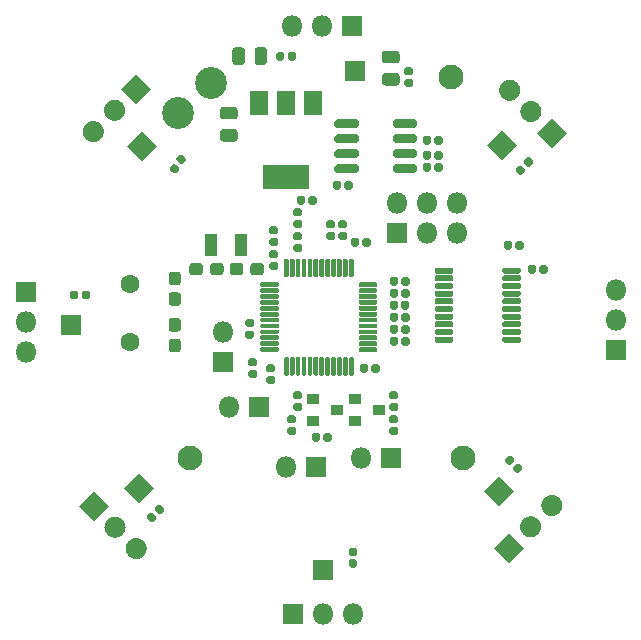
<source format=gbr>
%TF.GenerationSoftware,KiCad,Pcbnew,(5.1.6-0-10_14)*%
%TF.CreationDate,2021-08-24T22:52:38-05:00*%
%TF.ProjectId,led_lights,6c65645f-6c69-4676-9874-732e6b696361,rev?*%
%TF.SameCoordinates,Original*%
%TF.FileFunction,Soldermask,Top*%
%TF.FilePolarity,Negative*%
%FSLAX46Y46*%
G04 Gerber Fmt 4.6, Leading zero omitted, Abs format (unit mm)*
G04 Created by KiCad (PCBNEW (5.1.6-0-10_14)) date 2021-08-24 22:52:38*
%MOMM*%
%LPD*%
G01*
G04 APERTURE LIST*
%ADD10C,0.100000*%
%ADD11R,1.800000X1.800000*%
%ADD12O,1.800000X1.800000*%
%ADD13C,2.100000*%
%ADD14R,1.000000X0.900000*%
%ADD15R,3.900000X2.100000*%
%ADD16R,1.600000X2.100000*%
%ADD17R,1.100000X1.900000*%
%ADD18C,1.600000*%
%ADD19C,2.700000*%
G04 APERTURE END LIST*
%TO.C,J12*%
G36*
G01*
X210600345Y130582447D02*
X210600345Y130582447D01*
G75*
G02*
X210600345Y129309655I-636396J-636396D01*
G01*
X210600345Y129309655D01*
G75*
G02*
X209327553Y129309655I-636396J636396D01*
G01*
X209327553Y129309655D01*
G75*
G02*
X209327553Y130582447I636396J636396D01*
G01*
X209327553Y130582447D01*
G75*
G02*
X210600345Y130582447I636396J-636396D01*
G01*
G37*
G36*
G01*
X212396396Y128786396D02*
X212396396Y128786396D01*
G75*
G02*
X212396396Y127513604I-636396J-636396D01*
G01*
X212396396Y127513604D01*
G75*
G02*
X211123604Y127513604I-636396J636396D01*
G01*
X211123604Y127513604D01*
G75*
G02*
X211123604Y128786396I636396J636396D01*
G01*
X211123604Y128786396D01*
G75*
G02*
X212396396Y128786396I636396J-636396D01*
G01*
G37*
D10*
G36*
X213556051Y127626741D02*
G01*
X214828843Y126353949D01*
X213556051Y125081157D01*
X212283259Y126353949D01*
X213556051Y127626741D01*
G37*
%TD*%
D11*
%TO.C,J11*%
X196596000Y135382000D03*
D12*
X194056000Y135382000D03*
X191516000Y135382000D03*
%TD*%
D10*
%TO.C,J10*%
G36*
X177035208Y130048000D02*
G01*
X178308000Y131320792D01*
X179580792Y130048000D01*
X178308000Y128775208D01*
X177035208Y130048000D01*
G37*
G36*
G01*
X175875553Y128888345D02*
X175875553Y128888345D01*
G75*
G02*
X177148345Y128888345I636396J-636396D01*
G01*
X177148345Y128888345D01*
G75*
G02*
X177148345Y127615553I-636396J-636396D01*
G01*
X177148345Y127615553D01*
G75*
G02*
X175875553Y127615553I-636396J636396D01*
G01*
X175875553Y127615553D01*
G75*
G02*
X175875553Y128888345I636396J636396D01*
G01*
G37*
G36*
G01*
X174079502Y127092294D02*
X174079502Y127092294D01*
G75*
G02*
X175352294Y127092294I636396J-636396D01*
G01*
X175352294Y127092294D01*
G75*
G02*
X175352294Y125819502I-636396J-636396D01*
G01*
X175352294Y125819502D01*
G75*
G02*
X174079502Y125819502I-636396J636396D01*
G01*
X174079502Y125819502D01*
G75*
G02*
X174079502Y127092294I636396J636396D01*
G01*
G37*
%TD*%
D12*
%TO.C,J7*%
X169006000Y107790000D03*
X169006000Y110330000D03*
D11*
X169006000Y112870000D03*
%TD*%
%TO.C,J4*%
G36*
G01*
X177707706Y90513502D02*
X177707706Y90513502D01*
G75*
G02*
X177707706Y91786294I636396J636396D01*
G01*
X177707706Y91786294D01*
G75*
G02*
X178980498Y91786294I636396J-636396D01*
G01*
X178980498Y91786294D01*
G75*
G02*
X178980498Y90513502I-636396J-636396D01*
G01*
X178980498Y90513502D01*
G75*
G02*
X177707706Y90513502I-636396J636396D01*
G01*
G37*
G36*
G01*
X175911655Y92309553D02*
X175911655Y92309553D01*
G75*
G02*
X175911655Y93582345I636396J636396D01*
G01*
X175911655Y93582345D01*
G75*
G02*
X177184447Y93582345I636396J-636396D01*
G01*
X177184447Y93582345D01*
G75*
G02*
X177184447Y92309553I-636396J-636396D01*
G01*
X177184447Y92309553D01*
G75*
G02*
X175911655Y92309553I-636396J636396D01*
G01*
G37*
D10*
G36*
X174752000Y93469208D02*
G01*
X173479208Y94742000D01*
X174752000Y96014792D01*
X176024792Y94742000D01*
X174752000Y93469208D01*
G37*
%TD*%
%TO.C,J1*%
G36*
G01*
X214168498Y94155706D02*
X214168498Y94155706D01*
G75*
G02*
X212895706Y94155706I-636396J636396D01*
G01*
X212895706Y94155706D01*
G75*
G02*
X212895706Y95428498I636396J636396D01*
G01*
X212895706Y95428498D01*
G75*
G02*
X214168498Y95428498I636396J-636396D01*
G01*
X214168498Y95428498D01*
G75*
G02*
X214168498Y94155706I-636396J-636396D01*
G01*
G37*
G36*
G01*
X212372447Y92359655D02*
X212372447Y92359655D01*
G75*
G02*
X211099655Y92359655I-636396J636396D01*
G01*
X211099655Y92359655D01*
G75*
G02*
X211099655Y93632447I636396J636396D01*
G01*
X211099655Y93632447D01*
G75*
G02*
X212372447Y93632447I636396J-636396D01*
G01*
X212372447Y93632447D01*
G75*
G02*
X212372447Y92359655I-636396J-636396D01*
G01*
G37*
G36*
X211212792Y91200000D02*
G01*
X209940000Y89927208D01*
X208667208Y91200000D01*
X209940000Y92472792D01*
X211212792Y91200000D01*
G37*
%TD*%
D11*
%TO.C,J3*%
X191580000Y85598000D03*
D12*
X194120000Y85598000D03*
X196660000Y85598000D03*
%TD*%
%TO.C,J8*%
X218948000Y113030000D03*
X218948000Y110490000D03*
D11*
X218948000Y107950000D03*
%TD*%
%TO.C,C1*%
G36*
G01*
X188006000Y114545500D02*
X188006000Y115070500D01*
G75*
G02*
X188268500Y115333000I262500J0D01*
G01*
X188893500Y115333000D01*
G75*
G02*
X189156000Y115070500I0J-262500D01*
G01*
X189156000Y114545500D01*
G75*
G02*
X188893500Y114283000I-262500J0D01*
G01*
X188268500Y114283000D01*
G75*
G02*
X188006000Y114545500I0J262500D01*
G01*
G37*
G36*
G01*
X186256000Y114545500D02*
X186256000Y115070500D01*
G75*
G02*
X186518500Y115333000I262500J0D01*
G01*
X187143500Y115333000D01*
G75*
G02*
X187406000Y115070500I0J-262500D01*
G01*
X187406000Y114545500D01*
G75*
G02*
X187143500Y114283000I-262500J0D01*
G01*
X186518500Y114283000D01*
G75*
G02*
X186256000Y114545500I0J262500D01*
G01*
G37*
%TD*%
%TO.C,C2*%
G36*
G01*
X185741000Y115070500D02*
X185741000Y114545500D01*
G75*
G02*
X185478500Y114283000I-262500J0D01*
G01*
X184853500Y114283000D01*
G75*
G02*
X184591000Y114545500I0J262500D01*
G01*
X184591000Y115070500D01*
G75*
G02*
X184853500Y115333000I262500J0D01*
G01*
X185478500Y115333000D01*
G75*
G02*
X185741000Y115070500I0J-262500D01*
G01*
G37*
G36*
G01*
X183991000Y115070500D02*
X183991000Y114545500D01*
G75*
G02*
X183728500Y114283000I-262500J0D01*
G01*
X183103500Y114283000D01*
G75*
G02*
X182841000Y114545500I0J262500D01*
G01*
X182841000Y115070500D01*
G75*
G02*
X183103500Y115333000I262500J0D01*
G01*
X183728500Y115333000D01*
G75*
G02*
X183991000Y115070500I0J-262500D01*
G01*
G37*
%TD*%
%TO.C,C3*%
G36*
G01*
X181872500Y113443000D02*
X181347500Y113443000D01*
G75*
G02*
X181085000Y113705500I0J262500D01*
G01*
X181085000Y114330500D01*
G75*
G02*
X181347500Y114593000I262500J0D01*
G01*
X181872500Y114593000D01*
G75*
G02*
X182135000Y114330500I0J-262500D01*
G01*
X182135000Y113705500D01*
G75*
G02*
X181872500Y113443000I-262500J0D01*
G01*
G37*
G36*
G01*
X181872500Y111693000D02*
X181347500Y111693000D01*
G75*
G02*
X181085000Y111955500I0J262500D01*
G01*
X181085000Y112580500D01*
G75*
G02*
X181347500Y112843000I262500J0D01*
G01*
X181872500Y112843000D01*
G75*
G02*
X182135000Y112580500I0J-262500D01*
G01*
X182135000Y111955500D01*
G75*
G02*
X181872500Y111693000I-262500J0D01*
G01*
G37*
%TD*%
%TO.C,C4*%
G36*
G01*
X181347500Y110670000D02*
X181872500Y110670000D01*
G75*
G02*
X182135000Y110407500I0J-262500D01*
G01*
X182135000Y109782500D01*
G75*
G02*
X181872500Y109520000I-262500J0D01*
G01*
X181347500Y109520000D01*
G75*
G02*
X181085000Y109782500I0J262500D01*
G01*
X181085000Y110407500D01*
G75*
G02*
X181347500Y110670000I262500J0D01*
G01*
G37*
G36*
G01*
X181347500Y108920000D02*
X181872500Y108920000D01*
G75*
G02*
X182135000Y108657500I0J-262500D01*
G01*
X182135000Y108032500D01*
G75*
G02*
X181872500Y107770000I-262500J0D01*
G01*
X181347500Y107770000D01*
G75*
G02*
X181085000Y108032500I0J262500D01*
G01*
X181085000Y108657500D01*
G75*
G02*
X181347500Y108920000I262500J0D01*
G01*
G37*
%TD*%
%TO.C,C5*%
G36*
G01*
X186663250Y127478500D02*
X185700750Y127478500D01*
G75*
G02*
X185432000Y127747250I0J268750D01*
G01*
X185432000Y128284750D01*
G75*
G02*
X185700750Y128553500I268750J0D01*
G01*
X186663250Y128553500D01*
G75*
G02*
X186932000Y128284750I0J-268750D01*
G01*
X186932000Y127747250D01*
G75*
G02*
X186663250Y127478500I-268750J0D01*
G01*
G37*
G36*
G01*
X186663250Y125603500D02*
X185700750Y125603500D01*
G75*
G02*
X185432000Y125872250I0J268750D01*
G01*
X185432000Y126409750D01*
G75*
G02*
X185700750Y126678500I268750J0D01*
G01*
X186663250Y126678500D01*
G75*
G02*
X186932000Y126409750I0J-268750D01*
G01*
X186932000Y125872250D01*
G75*
G02*
X186663250Y125603500I-268750J0D01*
G01*
G37*
%TD*%
%TO.C,C6*%
G36*
G01*
X199416750Y133301000D02*
X200379250Y133301000D01*
G75*
G02*
X200648000Y133032250I0J-268750D01*
G01*
X200648000Y132494750D01*
G75*
G02*
X200379250Y132226000I-268750J0D01*
G01*
X199416750Y132226000D01*
G75*
G02*
X199148000Y132494750I0J268750D01*
G01*
X199148000Y133032250D01*
G75*
G02*
X199416750Y133301000I268750J0D01*
G01*
G37*
G36*
G01*
X199416750Y131426000D02*
X200379250Y131426000D01*
G75*
G02*
X200648000Y131157250I0J-268750D01*
G01*
X200648000Y130619750D01*
G75*
G02*
X200379250Y130351000I-268750J0D01*
G01*
X199416750Y130351000D01*
G75*
G02*
X199148000Y130619750I0J268750D01*
G01*
X199148000Y131157250D01*
G75*
G02*
X199416750Y131426000I268750J0D01*
G01*
G37*
%TD*%
%TO.C,C7*%
G36*
G01*
X190189500Y115710000D02*
X189794500Y115710000D01*
G75*
G02*
X189622000Y115882500I0J172500D01*
G01*
X189622000Y116227500D01*
G75*
G02*
X189794500Y116400000I172500J0D01*
G01*
X190189500Y116400000D01*
G75*
G02*
X190362000Y116227500I0J-172500D01*
G01*
X190362000Y115882500D01*
G75*
G02*
X190189500Y115710000I-172500J0D01*
G01*
G37*
G36*
G01*
X190189500Y114740000D02*
X189794500Y114740000D01*
G75*
G02*
X189622000Y114912500I0J172500D01*
G01*
X189622000Y115257500D01*
G75*
G02*
X189794500Y115430000I172500J0D01*
G01*
X190189500Y115430000D01*
G75*
G02*
X190362000Y115257500I0J-172500D01*
G01*
X190362000Y114912500D01*
G75*
G02*
X190189500Y114740000I-172500J0D01*
G01*
G37*
%TD*%
%TO.C,C8*%
G36*
G01*
X190189500Y117742000D02*
X189794500Y117742000D01*
G75*
G02*
X189622000Y117914500I0J172500D01*
G01*
X189622000Y118259500D01*
G75*
G02*
X189794500Y118432000I172500J0D01*
G01*
X190189500Y118432000D01*
G75*
G02*
X190362000Y118259500I0J-172500D01*
G01*
X190362000Y117914500D01*
G75*
G02*
X190189500Y117742000I-172500J0D01*
G01*
G37*
G36*
G01*
X190189500Y116772000D02*
X189794500Y116772000D01*
G75*
G02*
X189622000Y116944500I0J172500D01*
G01*
X189622000Y117289500D01*
G75*
G02*
X189794500Y117462000I172500J0D01*
G01*
X190189500Y117462000D01*
G75*
G02*
X190362000Y117289500I0J-172500D01*
G01*
X190362000Y116944500D01*
G75*
G02*
X190189500Y116772000I-172500J0D01*
G01*
G37*
%TD*%
%TO.C,C9*%
G36*
G01*
X197290000Y106228500D02*
X197290000Y106623500D01*
G75*
G02*
X197462500Y106796000I172500J0D01*
G01*
X197807500Y106796000D01*
G75*
G02*
X197980000Y106623500I0J-172500D01*
G01*
X197980000Y106228500D01*
G75*
G02*
X197807500Y106056000I-172500J0D01*
G01*
X197462500Y106056000D01*
G75*
G02*
X197290000Y106228500I0J172500D01*
G01*
G37*
G36*
G01*
X198260000Y106228500D02*
X198260000Y106623500D01*
G75*
G02*
X198432500Y106796000I172500J0D01*
G01*
X198777500Y106796000D01*
G75*
G02*
X198950000Y106623500I0J-172500D01*
G01*
X198950000Y106228500D01*
G75*
G02*
X198777500Y106056000I-172500J0D01*
G01*
X198432500Y106056000D01*
G75*
G02*
X198260000Y106228500I0J172500D01*
G01*
G37*
%TD*%
%TO.C,C10*%
G36*
G01*
X202624000Y125532500D02*
X202624000Y125927500D01*
G75*
G02*
X202796500Y126100000I172500J0D01*
G01*
X203141500Y126100000D01*
G75*
G02*
X203314000Y125927500I0J-172500D01*
G01*
X203314000Y125532500D01*
G75*
G02*
X203141500Y125360000I-172500J0D01*
G01*
X202796500Y125360000D01*
G75*
G02*
X202624000Y125532500I0J172500D01*
G01*
G37*
G36*
G01*
X203594000Y125532500D02*
X203594000Y125927500D01*
G75*
G02*
X203766500Y126100000I172500J0D01*
G01*
X204111500Y126100000D01*
G75*
G02*
X204284000Y125927500I0J-172500D01*
G01*
X204284000Y125532500D01*
G75*
G02*
X204111500Y125360000I-172500J0D01*
G01*
X203766500Y125360000D01*
G75*
G02*
X203594000Y125532500I0J172500D01*
G01*
G37*
%TD*%
%TO.C,C11*%
G36*
G01*
X209482000Y116642500D02*
X209482000Y117037500D01*
G75*
G02*
X209654500Y117210000I172500J0D01*
G01*
X209999500Y117210000D01*
G75*
G02*
X210172000Y117037500I0J-172500D01*
G01*
X210172000Y116642500D01*
G75*
G02*
X209999500Y116470000I-172500J0D01*
G01*
X209654500Y116470000D01*
G75*
G02*
X209482000Y116642500I0J172500D01*
G01*
G37*
G36*
G01*
X210452000Y116642500D02*
X210452000Y117037500D01*
G75*
G02*
X210624500Y117210000I172500J0D01*
G01*
X210969500Y117210000D01*
G75*
G02*
X211142000Y117037500I0J-172500D01*
G01*
X211142000Y116642500D01*
G75*
G02*
X210969500Y116470000I-172500J0D01*
G01*
X210624500Y116470000D01*
G75*
G02*
X210452000Y116642500I0J172500D01*
G01*
G37*
%TD*%
%TO.C,C12*%
G36*
G01*
X212484000Y114610500D02*
X212484000Y115005500D01*
G75*
G02*
X212656500Y115178000I172500J0D01*
G01*
X213001500Y115178000D01*
G75*
G02*
X213174000Y115005500I0J-172500D01*
G01*
X213174000Y114610500D01*
G75*
G02*
X213001500Y114438000I-172500J0D01*
G01*
X212656500Y114438000D01*
G75*
G02*
X212484000Y114610500I0J172500D01*
G01*
G37*
G36*
G01*
X211514000Y114610500D02*
X211514000Y115005500D01*
G75*
G02*
X211686500Y115178000I172500J0D01*
G01*
X212031500Y115178000D01*
G75*
G02*
X212204000Y115005500I0J-172500D01*
G01*
X212204000Y114610500D01*
G75*
G02*
X212031500Y114438000I-172500J0D01*
G01*
X211686500Y114438000D01*
G75*
G02*
X211514000Y114610500I0J172500D01*
G01*
G37*
%TD*%
D13*
%TO.C,H2*%
X204978000Y131064000D03*
%TD*%
%TO.C,H3*%
X205994000Y98806000D03*
%TD*%
%TO.C,H4*%
X182880000Y98806000D03*
%TD*%
D12*
%TO.C,J5*%
X191008000Y98044000D03*
D11*
X193548000Y98044000D03*
%TD*%
%TO.C,J6*%
X199898000Y98806000D03*
D12*
X197358000Y98806000D03*
%TD*%
D11*
%TO.C,J23*%
X185674000Y106934000D03*
D12*
X185674000Y109474000D03*
%TD*%
%TO.C,J24*%
X186182000Y103124000D03*
D11*
X188722000Y103124000D03*
%TD*%
D14*
%TO.C,Q1*%
X193310000Y103820000D03*
X193310000Y101920000D03*
X195310000Y102870000D03*
%TD*%
%TO.C,Q2*%
X198866000Y102870000D03*
X196866000Y101920000D03*
X196866000Y103820000D03*
%TD*%
%TO.C,R1*%
G36*
G01*
X188157500Y108921000D02*
X187762500Y108921000D01*
G75*
G02*
X187590000Y109093500I0J172500D01*
G01*
X187590000Y109438500D01*
G75*
G02*
X187762500Y109611000I172500J0D01*
G01*
X188157500Y109611000D01*
G75*
G02*
X188330000Y109438500I0J-172500D01*
G01*
X188330000Y109093500D01*
G75*
G02*
X188157500Y108921000I-172500J0D01*
G01*
G37*
G36*
G01*
X188157500Y109891000D02*
X187762500Y109891000D01*
G75*
G02*
X187590000Y110063500I0J172500D01*
G01*
X187590000Y110408500D01*
G75*
G02*
X187762500Y110581000I172500J0D01*
G01*
X188157500Y110581000D01*
G75*
G02*
X188330000Y110408500I0J-172500D01*
G01*
X188330000Y110063500D01*
G75*
G02*
X188157500Y109891000I-172500J0D01*
G01*
G37*
%TD*%
%TO.C,R4*%
G36*
G01*
X201619500Y130234000D02*
X201224500Y130234000D01*
G75*
G02*
X201052000Y130406500I0J172500D01*
G01*
X201052000Y130751500D01*
G75*
G02*
X201224500Y130924000I172500J0D01*
G01*
X201619500Y130924000D01*
G75*
G02*
X201792000Y130751500I0J-172500D01*
G01*
X201792000Y130406500D01*
G75*
G02*
X201619500Y130234000I-172500J0D01*
G01*
G37*
G36*
G01*
X201619500Y131204000D02*
X201224500Y131204000D01*
G75*
G02*
X201052000Y131376500I0J172500D01*
G01*
X201052000Y131721500D01*
G75*
G02*
X201224500Y131894000I172500J0D01*
G01*
X201619500Y131894000D01*
G75*
G02*
X201792000Y131721500I0J-172500D01*
G01*
X201792000Y131376500D01*
G75*
G02*
X201619500Y131204000I-172500J0D01*
G01*
G37*
%TD*%
%TO.C,R5*%
G36*
G01*
X191826500Y103492000D02*
X192221500Y103492000D01*
G75*
G02*
X192394000Y103319500I0J-172500D01*
G01*
X192394000Y102974500D01*
G75*
G02*
X192221500Y102802000I-172500J0D01*
G01*
X191826500Y102802000D01*
G75*
G02*
X191654000Y102974500I0J172500D01*
G01*
X191654000Y103319500D01*
G75*
G02*
X191826500Y103492000I172500J0D01*
G01*
G37*
G36*
G01*
X191826500Y104462000D02*
X192221500Y104462000D01*
G75*
G02*
X192394000Y104289500I0J-172500D01*
G01*
X192394000Y103944500D01*
G75*
G02*
X192221500Y103772000I-172500J0D01*
G01*
X191826500Y103772000D01*
G75*
G02*
X191654000Y103944500I0J172500D01*
G01*
X191654000Y104289500D01*
G75*
G02*
X191826500Y104462000I172500J0D01*
G01*
G37*
%TD*%
%TO.C,R8*%
G36*
G01*
X193226000Y100386500D02*
X193226000Y100781500D01*
G75*
G02*
X193398500Y100954000I172500J0D01*
G01*
X193743500Y100954000D01*
G75*
G02*
X193916000Y100781500I0J-172500D01*
G01*
X193916000Y100386500D01*
G75*
G02*
X193743500Y100214000I-172500J0D01*
G01*
X193398500Y100214000D01*
G75*
G02*
X193226000Y100386500I0J172500D01*
G01*
G37*
G36*
G01*
X194196000Y100386500D02*
X194196000Y100781500D01*
G75*
G02*
X194368500Y100954000I172500J0D01*
G01*
X194713500Y100954000D01*
G75*
G02*
X194886000Y100781500I0J-172500D01*
G01*
X194886000Y100386500D01*
G75*
G02*
X194713500Y100214000I-172500J0D01*
G01*
X194368500Y100214000D01*
G75*
G02*
X194196000Y100386500I0J172500D01*
G01*
G37*
%TD*%
%TO.C,R12*%
G36*
G01*
X188360000Y132360750D02*
X188360000Y133323250D01*
G75*
G02*
X188628750Y133592000I268750J0D01*
G01*
X189166250Y133592000D01*
G75*
G02*
X189435000Y133323250I0J-268750D01*
G01*
X189435000Y132360750D01*
G75*
G02*
X189166250Y132092000I-268750J0D01*
G01*
X188628750Y132092000D01*
G75*
G02*
X188360000Y132360750I0J268750D01*
G01*
G37*
G36*
G01*
X186485000Y132360750D02*
X186485000Y133323250D01*
G75*
G02*
X186753750Y133592000I268750J0D01*
G01*
X187291250Y133592000D01*
G75*
G02*
X187560000Y133323250I0J-268750D01*
G01*
X187560000Y132360750D01*
G75*
G02*
X187291250Y132092000I-268750J0D01*
G01*
X186753750Y132092000D01*
G75*
G02*
X186485000Y132360750I0J268750D01*
G01*
G37*
%TD*%
%TO.C,R14*%
G36*
G01*
X199954500Y104462000D02*
X200349500Y104462000D01*
G75*
G02*
X200522000Y104289500I0J-172500D01*
G01*
X200522000Y103944500D01*
G75*
G02*
X200349500Y103772000I-172500J0D01*
G01*
X199954500Y103772000D01*
G75*
G02*
X199782000Y103944500I0J172500D01*
G01*
X199782000Y104289500D01*
G75*
G02*
X199954500Y104462000I172500J0D01*
G01*
G37*
G36*
G01*
X199954500Y103492000D02*
X200349500Y103492000D01*
G75*
G02*
X200522000Y103319500I0J-172500D01*
G01*
X200522000Y102974500D01*
G75*
G02*
X200349500Y102802000I-172500J0D01*
G01*
X199954500Y102802000D01*
G75*
G02*
X199782000Y102974500I0J172500D01*
G01*
X199782000Y103319500D01*
G75*
G02*
X199954500Y103492000I172500J0D01*
G01*
G37*
%TD*%
%TO.C,R15*%
G36*
G01*
X192926000Y120452500D02*
X192926000Y120847500D01*
G75*
G02*
X193098500Y121020000I172500J0D01*
G01*
X193443500Y121020000D01*
G75*
G02*
X193616000Y120847500I0J-172500D01*
G01*
X193616000Y120452500D01*
G75*
G02*
X193443500Y120280000I-172500J0D01*
G01*
X193098500Y120280000D01*
G75*
G02*
X192926000Y120452500I0J172500D01*
G01*
G37*
G36*
G01*
X191956000Y120452500D02*
X191956000Y120847500D01*
G75*
G02*
X192128500Y121020000I172500J0D01*
G01*
X192473500Y121020000D01*
G75*
G02*
X192646000Y120847500I0J-172500D01*
G01*
X192646000Y120452500D01*
G75*
G02*
X192473500Y120280000I-172500J0D01*
G01*
X192128500Y120280000D01*
G75*
G02*
X191956000Y120452500I0J172500D01*
G01*
G37*
%TD*%
%TO.C,R16*%
G36*
G01*
X200349500Y101740000D02*
X199954500Y101740000D01*
G75*
G02*
X199782000Y101912500I0J172500D01*
G01*
X199782000Y102257500D01*
G75*
G02*
X199954500Y102430000I172500J0D01*
G01*
X200349500Y102430000D01*
G75*
G02*
X200522000Y102257500I0J-172500D01*
G01*
X200522000Y101912500D01*
G75*
G02*
X200349500Y101740000I-172500J0D01*
G01*
G37*
G36*
G01*
X200349500Y100770000D02*
X199954500Y100770000D01*
G75*
G02*
X199782000Y100942500I0J172500D01*
G01*
X199782000Y101287500D01*
G75*
G02*
X199954500Y101460000I172500J0D01*
G01*
X200349500Y101460000D01*
G75*
G02*
X200522000Y101287500I0J-172500D01*
G01*
X200522000Y100942500D01*
G75*
G02*
X200349500Y100770000I-172500J0D01*
G01*
G37*
%TD*%
%TO.C,R17*%
G36*
G01*
X195004000Y121722500D02*
X195004000Y122117500D01*
G75*
G02*
X195176500Y122290000I172500J0D01*
G01*
X195521500Y122290000D01*
G75*
G02*
X195694000Y122117500I0J-172500D01*
G01*
X195694000Y121722500D01*
G75*
G02*
X195521500Y121550000I-172500J0D01*
G01*
X195176500Y121550000D01*
G75*
G02*
X195004000Y121722500I0J172500D01*
G01*
G37*
G36*
G01*
X195974000Y121722500D02*
X195974000Y122117500D01*
G75*
G02*
X196146500Y122290000I172500J0D01*
G01*
X196491500Y122290000D01*
G75*
G02*
X196664000Y122117500I0J-172500D01*
G01*
X196664000Y121722500D01*
G75*
G02*
X196491500Y121550000I-172500J0D01*
G01*
X196146500Y121550000D01*
G75*
G02*
X195974000Y121722500I0J172500D01*
G01*
G37*
%TD*%
%TO.C,R18*%
G36*
G01*
X203314000Y123641500D02*
X203314000Y123246500D01*
G75*
G02*
X203141500Y123074000I-172500J0D01*
G01*
X202796500Y123074000D01*
G75*
G02*
X202624000Y123246500I0J172500D01*
G01*
X202624000Y123641500D01*
G75*
G02*
X202796500Y123814000I172500J0D01*
G01*
X203141500Y123814000D01*
G75*
G02*
X203314000Y123641500I0J-172500D01*
G01*
G37*
G36*
G01*
X204284000Y123641500D02*
X204284000Y123246500D01*
G75*
G02*
X204111500Y123074000I-172500J0D01*
G01*
X203766500Y123074000D01*
G75*
G02*
X203594000Y123246500I0J172500D01*
G01*
X203594000Y123641500D01*
G75*
G02*
X203766500Y123814000I172500J0D01*
G01*
X204111500Y123814000D01*
G75*
G02*
X204284000Y123641500I0J-172500D01*
G01*
G37*
%TD*%
%TO.C,R19*%
G36*
G01*
X204284000Y124657500D02*
X204284000Y124262500D01*
G75*
G02*
X204111500Y124090000I-172500J0D01*
G01*
X203766500Y124090000D01*
G75*
G02*
X203594000Y124262500I0J172500D01*
G01*
X203594000Y124657500D01*
G75*
G02*
X203766500Y124830000I172500J0D01*
G01*
X204111500Y124830000D01*
G75*
G02*
X204284000Y124657500I0J-172500D01*
G01*
G37*
G36*
G01*
X203314000Y124657500D02*
X203314000Y124262500D01*
G75*
G02*
X203141500Y124090000I-172500J0D01*
G01*
X202796500Y124090000D01*
G75*
G02*
X202624000Y124262500I0J172500D01*
G01*
X202624000Y124657500D01*
G75*
G02*
X202796500Y124830000I172500J0D01*
G01*
X203141500Y124830000D01*
G75*
G02*
X203314000Y124657500I0J-172500D01*
G01*
G37*
%TD*%
%TO.C,R20*%
G36*
G01*
X197498000Y116896500D02*
X197498000Y117291500D01*
G75*
G02*
X197670500Y117464000I172500J0D01*
G01*
X198015500Y117464000D01*
G75*
G02*
X198188000Y117291500I0J-172500D01*
G01*
X198188000Y116896500D01*
G75*
G02*
X198015500Y116724000I-172500J0D01*
G01*
X197670500Y116724000D01*
G75*
G02*
X197498000Y116896500I0J172500D01*
G01*
G37*
G36*
G01*
X196528000Y116896500D02*
X196528000Y117291500D01*
G75*
G02*
X196700500Y117464000I172500J0D01*
G01*
X197045500Y117464000D01*
G75*
G02*
X197218000Y117291500I0J-172500D01*
G01*
X197218000Y116896500D01*
G75*
G02*
X197045500Y116724000I-172500J0D01*
G01*
X196700500Y116724000D01*
G75*
G02*
X196528000Y116896500I0J172500D01*
G01*
G37*
%TD*%
%TO.C,R21*%
G36*
G01*
X201490000Y113989500D02*
X201490000Y113594500D01*
G75*
G02*
X201317500Y113422000I-172500J0D01*
G01*
X200972500Y113422000D01*
G75*
G02*
X200800000Y113594500I0J172500D01*
G01*
X200800000Y113989500D01*
G75*
G02*
X200972500Y114162000I172500J0D01*
G01*
X201317500Y114162000D01*
G75*
G02*
X201490000Y113989500I0J-172500D01*
G01*
G37*
G36*
G01*
X200520000Y113989500D02*
X200520000Y113594500D01*
G75*
G02*
X200347500Y113422000I-172500J0D01*
G01*
X200002500Y113422000D01*
G75*
G02*
X199830000Y113594500I0J172500D01*
G01*
X199830000Y113989500D01*
G75*
G02*
X200002500Y114162000I172500J0D01*
G01*
X200347500Y114162000D01*
G75*
G02*
X200520000Y113989500I0J-172500D01*
G01*
G37*
%TD*%
%TO.C,R22*%
G36*
G01*
X188016500Y106286000D02*
X188411500Y106286000D01*
G75*
G02*
X188584000Y106113500I0J-172500D01*
G01*
X188584000Y105768500D01*
G75*
G02*
X188411500Y105596000I-172500J0D01*
G01*
X188016500Y105596000D01*
G75*
G02*
X187844000Y105768500I0J172500D01*
G01*
X187844000Y106113500D01*
G75*
G02*
X188016500Y106286000I172500J0D01*
G01*
G37*
G36*
G01*
X188016500Y107256000D02*
X188411500Y107256000D01*
G75*
G02*
X188584000Y107083500I0J-172500D01*
G01*
X188584000Y106738500D01*
G75*
G02*
X188411500Y106566000I-172500J0D01*
G01*
X188016500Y106566000D01*
G75*
G02*
X187844000Y106738500I0J172500D01*
G01*
X187844000Y107083500D01*
G75*
G02*
X188016500Y107256000I172500J0D01*
G01*
G37*
%TD*%
D15*
%TO.C,U1*%
X191008000Y122580000D03*
D16*
X191008000Y128880000D03*
X188708000Y128880000D03*
X193308000Y128880000D03*
%TD*%
%TO.C,U2*%
G36*
G01*
X188852000Y113394000D02*
X188852000Y113594000D01*
G75*
G02*
X188952000Y113694000I100000J0D01*
G01*
X190327000Y113694000D01*
G75*
G02*
X190427000Y113594000I0J-100000D01*
G01*
X190427000Y113394000D01*
G75*
G02*
X190327000Y113294000I-100000J0D01*
G01*
X188952000Y113294000D01*
G75*
G02*
X188852000Y113394000I0J100000D01*
G01*
G37*
G36*
G01*
X188852000Y112894000D02*
X188852000Y113094000D01*
G75*
G02*
X188952000Y113194000I100000J0D01*
G01*
X190327000Y113194000D01*
G75*
G02*
X190427000Y113094000I0J-100000D01*
G01*
X190427000Y112894000D01*
G75*
G02*
X190327000Y112794000I-100000J0D01*
G01*
X188952000Y112794000D01*
G75*
G02*
X188852000Y112894000I0J100000D01*
G01*
G37*
G36*
G01*
X188852000Y112394000D02*
X188852000Y112594000D01*
G75*
G02*
X188952000Y112694000I100000J0D01*
G01*
X190327000Y112694000D01*
G75*
G02*
X190427000Y112594000I0J-100000D01*
G01*
X190427000Y112394000D01*
G75*
G02*
X190327000Y112294000I-100000J0D01*
G01*
X188952000Y112294000D01*
G75*
G02*
X188852000Y112394000I0J100000D01*
G01*
G37*
G36*
G01*
X188852000Y111894000D02*
X188852000Y112094000D01*
G75*
G02*
X188952000Y112194000I100000J0D01*
G01*
X190327000Y112194000D01*
G75*
G02*
X190427000Y112094000I0J-100000D01*
G01*
X190427000Y111894000D01*
G75*
G02*
X190327000Y111794000I-100000J0D01*
G01*
X188952000Y111794000D01*
G75*
G02*
X188852000Y111894000I0J100000D01*
G01*
G37*
G36*
G01*
X188852000Y111394000D02*
X188852000Y111594000D01*
G75*
G02*
X188952000Y111694000I100000J0D01*
G01*
X190327000Y111694000D01*
G75*
G02*
X190427000Y111594000I0J-100000D01*
G01*
X190427000Y111394000D01*
G75*
G02*
X190327000Y111294000I-100000J0D01*
G01*
X188952000Y111294000D01*
G75*
G02*
X188852000Y111394000I0J100000D01*
G01*
G37*
G36*
G01*
X188852000Y110894000D02*
X188852000Y111094000D01*
G75*
G02*
X188952000Y111194000I100000J0D01*
G01*
X190327000Y111194000D01*
G75*
G02*
X190427000Y111094000I0J-100000D01*
G01*
X190427000Y110894000D01*
G75*
G02*
X190327000Y110794000I-100000J0D01*
G01*
X188952000Y110794000D01*
G75*
G02*
X188852000Y110894000I0J100000D01*
G01*
G37*
G36*
G01*
X188852000Y110394000D02*
X188852000Y110594000D01*
G75*
G02*
X188952000Y110694000I100000J0D01*
G01*
X190327000Y110694000D01*
G75*
G02*
X190427000Y110594000I0J-100000D01*
G01*
X190427000Y110394000D01*
G75*
G02*
X190327000Y110294000I-100000J0D01*
G01*
X188952000Y110294000D01*
G75*
G02*
X188852000Y110394000I0J100000D01*
G01*
G37*
G36*
G01*
X188852000Y109894000D02*
X188852000Y110094000D01*
G75*
G02*
X188952000Y110194000I100000J0D01*
G01*
X190327000Y110194000D01*
G75*
G02*
X190427000Y110094000I0J-100000D01*
G01*
X190427000Y109894000D01*
G75*
G02*
X190327000Y109794000I-100000J0D01*
G01*
X188952000Y109794000D01*
G75*
G02*
X188852000Y109894000I0J100000D01*
G01*
G37*
G36*
G01*
X188852000Y109394000D02*
X188852000Y109594000D01*
G75*
G02*
X188952000Y109694000I100000J0D01*
G01*
X190327000Y109694000D01*
G75*
G02*
X190427000Y109594000I0J-100000D01*
G01*
X190427000Y109394000D01*
G75*
G02*
X190327000Y109294000I-100000J0D01*
G01*
X188952000Y109294000D01*
G75*
G02*
X188852000Y109394000I0J100000D01*
G01*
G37*
G36*
G01*
X188852000Y108894000D02*
X188852000Y109094000D01*
G75*
G02*
X188952000Y109194000I100000J0D01*
G01*
X190327000Y109194000D01*
G75*
G02*
X190427000Y109094000I0J-100000D01*
G01*
X190427000Y108894000D01*
G75*
G02*
X190327000Y108794000I-100000J0D01*
G01*
X188952000Y108794000D01*
G75*
G02*
X188852000Y108894000I0J100000D01*
G01*
G37*
G36*
G01*
X188852000Y108394000D02*
X188852000Y108594000D01*
G75*
G02*
X188952000Y108694000I100000J0D01*
G01*
X190327000Y108694000D01*
G75*
G02*
X190427000Y108594000I0J-100000D01*
G01*
X190427000Y108394000D01*
G75*
G02*
X190327000Y108294000I-100000J0D01*
G01*
X188952000Y108294000D01*
G75*
G02*
X188852000Y108394000I0J100000D01*
G01*
G37*
G36*
G01*
X188852000Y107894000D02*
X188852000Y108094000D01*
G75*
G02*
X188952000Y108194000I100000J0D01*
G01*
X190327000Y108194000D01*
G75*
G02*
X190427000Y108094000I0J-100000D01*
G01*
X190427000Y107894000D01*
G75*
G02*
X190327000Y107794000I-100000J0D01*
G01*
X188952000Y107794000D01*
G75*
G02*
X188852000Y107894000I0J100000D01*
G01*
G37*
G36*
G01*
X190852000Y105894000D02*
X190852000Y107269000D01*
G75*
G02*
X190952000Y107369000I100000J0D01*
G01*
X191152000Y107369000D01*
G75*
G02*
X191252000Y107269000I0J-100000D01*
G01*
X191252000Y105894000D01*
G75*
G02*
X191152000Y105794000I-100000J0D01*
G01*
X190952000Y105794000D01*
G75*
G02*
X190852000Y105894000I0J100000D01*
G01*
G37*
G36*
G01*
X191352000Y105894000D02*
X191352000Y107269000D01*
G75*
G02*
X191452000Y107369000I100000J0D01*
G01*
X191652000Y107369000D01*
G75*
G02*
X191752000Y107269000I0J-100000D01*
G01*
X191752000Y105894000D01*
G75*
G02*
X191652000Y105794000I-100000J0D01*
G01*
X191452000Y105794000D01*
G75*
G02*
X191352000Y105894000I0J100000D01*
G01*
G37*
G36*
G01*
X191852000Y105894000D02*
X191852000Y107269000D01*
G75*
G02*
X191952000Y107369000I100000J0D01*
G01*
X192152000Y107369000D01*
G75*
G02*
X192252000Y107269000I0J-100000D01*
G01*
X192252000Y105894000D01*
G75*
G02*
X192152000Y105794000I-100000J0D01*
G01*
X191952000Y105794000D01*
G75*
G02*
X191852000Y105894000I0J100000D01*
G01*
G37*
G36*
G01*
X192352000Y105894000D02*
X192352000Y107269000D01*
G75*
G02*
X192452000Y107369000I100000J0D01*
G01*
X192652000Y107369000D01*
G75*
G02*
X192752000Y107269000I0J-100000D01*
G01*
X192752000Y105894000D01*
G75*
G02*
X192652000Y105794000I-100000J0D01*
G01*
X192452000Y105794000D01*
G75*
G02*
X192352000Y105894000I0J100000D01*
G01*
G37*
G36*
G01*
X192852000Y105894000D02*
X192852000Y107269000D01*
G75*
G02*
X192952000Y107369000I100000J0D01*
G01*
X193152000Y107369000D01*
G75*
G02*
X193252000Y107269000I0J-100000D01*
G01*
X193252000Y105894000D01*
G75*
G02*
X193152000Y105794000I-100000J0D01*
G01*
X192952000Y105794000D01*
G75*
G02*
X192852000Y105894000I0J100000D01*
G01*
G37*
G36*
G01*
X193352000Y105894000D02*
X193352000Y107269000D01*
G75*
G02*
X193452000Y107369000I100000J0D01*
G01*
X193652000Y107369000D01*
G75*
G02*
X193752000Y107269000I0J-100000D01*
G01*
X193752000Y105894000D01*
G75*
G02*
X193652000Y105794000I-100000J0D01*
G01*
X193452000Y105794000D01*
G75*
G02*
X193352000Y105894000I0J100000D01*
G01*
G37*
G36*
G01*
X193852000Y105894000D02*
X193852000Y107269000D01*
G75*
G02*
X193952000Y107369000I100000J0D01*
G01*
X194152000Y107369000D01*
G75*
G02*
X194252000Y107269000I0J-100000D01*
G01*
X194252000Y105894000D01*
G75*
G02*
X194152000Y105794000I-100000J0D01*
G01*
X193952000Y105794000D01*
G75*
G02*
X193852000Y105894000I0J100000D01*
G01*
G37*
G36*
G01*
X194352000Y105894000D02*
X194352000Y107269000D01*
G75*
G02*
X194452000Y107369000I100000J0D01*
G01*
X194652000Y107369000D01*
G75*
G02*
X194752000Y107269000I0J-100000D01*
G01*
X194752000Y105894000D01*
G75*
G02*
X194652000Y105794000I-100000J0D01*
G01*
X194452000Y105794000D01*
G75*
G02*
X194352000Y105894000I0J100000D01*
G01*
G37*
G36*
G01*
X194852000Y105894000D02*
X194852000Y107269000D01*
G75*
G02*
X194952000Y107369000I100000J0D01*
G01*
X195152000Y107369000D01*
G75*
G02*
X195252000Y107269000I0J-100000D01*
G01*
X195252000Y105894000D01*
G75*
G02*
X195152000Y105794000I-100000J0D01*
G01*
X194952000Y105794000D01*
G75*
G02*
X194852000Y105894000I0J100000D01*
G01*
G37*
G36*
G01*
X195352000Y105894000D02*
X195352000Y107269000D01*
G75*
G02*
X195452000Y107369000I100000J0D01*
G01*
X195652000Y107369000D01*
G75*
G02*
X195752000Y107269000I0J-100000D01*
G01*
X195752000Y105894000D01*
G75*
G02*
X195652000Y105794000I-100000J0D01*
G01*
X195452000Y105794000D01*
G75*
G02*
X195352000Y105894000I0J100000D01*
G01*
G37*
G36*
G01*
X195852000Y105894000D02*
X195852000Y107269000D01*
G75*
G02*
X195952000Y107369000I100000J0D01*
G01*
X196152000Y107369000D01*
G75*
G02*
X196252000Y107269000I0J-100000D01*
G01*
X196252000Y105894000D01*
G75*
G02*
X196152000Y105794000I-100000J0D01*
G01*
X195952000Y105794000D01*
G75*
G02*
X195852000Y105894000I0J100000D01*
G01*
G37*
G36*
G01*
X196352000Y105894000D02*
X196352000Y107269000D01*
G75*
G02*
X196452000Y107369000I100000J0D01*
G01*
X196652000Y107369000D01*
G75*
G02*
X196752000Y107269000I0J-100000D01*
G01*
X196752000Y105894000D01*
G75*
G02*
X196652000Y105794000I-100000J0D01*
G01*
X196452000Y105794000D01*
G75*
G02*
X196352000Y105894000I0J100000D01*
G01*
G37*
G36*
G01*
X197177000Y107894000D02*
X197177000Y108094000D01*
G75*
G02*
X197277000Y108194000I100000J0D01*
G01*
X198652000Y108194000D01*
G75*
G02*
X198752000Y108094000I0J-100000D01*
G01*
X198752000Y107894000D01*
G75*
G02*
X198652000Y107794000I-100000J0D01*
G01*
X197277000Y107794000D01*
G75*
G02*
X197177000Y107894000I0J100000D01*
G01*
G37*
G36*
G01*
X197177000Y108394000D02*
X197177000Y108594000D01*
G75*
G02*
X197277000Y108694000I100000J0D01*
G01*
X198652000Y108694000D01*
G75*
G02*
X198752000Y108594000I0J-100000D01*
G01*
X198752000Y108394000D01*
G75*
G02*
X198652000Y108294000I-100000J0D01*
G01*
X197277000Y108294000D01*
G75*
G02*
X197177000Y108394000I0J100000D01*
G01*
G37*
G36*
G01*
X197177000Y108894000D02*
X197177000Y109094000D01*
G75*
G02*
X197277000Y109194000I100000J0D01*
G01*
X198652000Y109194000D01*
G75*
G02*
X198752000Y109094000I0J-100000D01*
G01*
X198752000Y108894000D01*
G75*
G02*
X198652000Y108794000I-100000J0D01*
G01*
X197277000Y108794000D01*
G75*
G02*
X197177000Y108894000I0J100000D01*
G01*
G37*
G36*
G01*
X197177000Y109394000D02*
X197177000Y109594000D01*
G75*
G02*
X197277000Y109694000I100000J0D01*
G01*
X198652000Y109694000D01*
G75*
G02*
X198752000Y109594000I0J-100000D01*
G01*
X198752000Y109394000D01*
G75*
G02*
X198652000Y109294000I-100000J0D01*
G01*
X197277000Y109294000D01*
G75*
G02*
X197177000Y109394000I0J100000D01*
G01*
G37*
G36*
G01*
X197177000Y109894000D02*
X197177000Y110094000D01*
G75*
G02*
X197277000Y110194000I100000J0D01*
G01*
X198652000Y110194000D01*
G75*
G02*
X198752000Y110094000I0J-100000D01*
G01*
X198752000Y109894000D01*
G75*
G02*
X198652000Y109794000I-100000J0D01*
G01*
X197277000Y109794000D01*
G75*
G02*
X197177000Y109894000I0J100000D01*
G01*
G37*
G36*
G01*
X197177000Y110394000D02*
X197177000Y110594000D01*
G75*
G02*
X197277000Y110694000I100000J0D01*
G01*
X198652000Y110694000D01*
G75*
G02*
X198752000Y110594000I0J-100000D01*
G01*
X198752000Y110394000D01*
G75*
G02*
X198652000Y110294000I-100000J0D01*
G01*
X197277000Y110294000D01*
G75*
G02*
X197177000Y110394000I0J100000D01*
G01*
G37*
G36*
G01*
X197177000Y110894000D02*
X197177000Y111094000D01*
G75*
G02*
X197277000Y111194000I100000J0D01*
G01*
X198652000Y111194000D01*
G75*
G02*
X198752000Y111094000I0J-100000D01*
G01*
X198752000Y110894000D01*
G75*
G02*
X198652000Y110794000I-100000J0D01*
G01*
X197277000Y110794000D01*
G75*
G02*
X197177000Y110894000I0J100000D01*
G01*
G37*
G36*
G01*
X197177000Y111394000D02*
X197177000Y111594000D01*
G75*
G02*
X197277000Y111694000I100000J0D01*
G01*
X198652000Y111694000D01*
G75*
G02*
X198752000Y111594000I0J-100000D01*
G01*
X198752000Y111394000D01*
G75*
G02*
X198652000Y111294000I-100000J0D01*
G01*
X197277000Y111294000D01*
G75*
G02*
X197177000Y111394000I0J100000D01*
G01*
G37*
G36*
G01*
X197177000Y111894000D02*
X197177000Y112094000D01*
G75*
G02*
X197277000Y112194000I100000J0D01*
G01*
X198652000Y112194000D01*
G75*
G02*
X198752000Y112094000I0J-100000D01*
G01*
X198752000Y111894000D01*
G75*
G02*
X198652000Y111794000I-100000J0D01*
G01*
X197277000Y111794000D01*
G75*
G02*
X197177000Y111894000I0J100000D01*
G01*
G37*
G36*
G01*
X197177000Y112394000D02*
X197177000Y112594000D01*
G75*
G02*
X197277000Y112694000I100000J0D01*
G01*
X198652000Y112694000D01*
G75*
G02*
X198752000Y112594000I0J-100000D01*
G01*
X198752000Y112394000D01*
G75*
G02*
X198652000Y112294000I-100000J0D01*
G01*
X197277000Y112294000D01*
G75*
G02*
X197177000Y112394000I0J100000D01*
G01*
G37*
G36*
G01*
X197177000Y112894000D02*
X197177000Y113094000D01*
G75*
G02*
X197277000Y113194000I100000J0D01*
G01*
X198652000Y113194000D01*
G75*
G02*
X198752000Y113094000I0J-100000D01*
G01*
X198752000Y112894000D01*
G75*
G02*
X198652000Y112794000I-100000J0D01*
G01*
X197277000Y112794000D01*
G75*
G02*
X197177000Y112894000I0J100000D01*
G01*
G37*
G36*
G01*
X197177000Y113394000D02*
X197177000Y113594000D01*
G75*
G02*
X197277000Y113694000I100000J0D01*
G01*
X198652000Y113694000D01*
G75*
G02*
X198752000Y113594000I0J-100000D01*
G01*
X198752000Y113394000D01*
G75*
G02*
X198652000Y113294000I-100000J0D01*
G01*
X197277000Y113294000D01*
G75*
G02*
X197177000Y113394000I0J100000D01*
G01*
G37*
G36*
G01*
X196352000Y114219000D02*
X196352000Y115594000D01*
G75*
G02*
X196452000Y115694000I100000J0D01*
G01*
X196652000Y115694000D01*
G75*
G02*
X196752000Y115594000I0J-100000D01*
G01*
X196752000Y114219000D01*
G75*
G02*
X196652000Y114119000I-100000J0D01*
G01*
X196452000Y114119000D01*
G75*
G02*
X196352000Y114219000I0J100000D01*
G01*
G37*
G36*
G01*
X195852000Y114219000D02*
X195852000Y115594000D01*
G75*
G02*
X195952000Y115694000I100000J0D01*
G01*
X196152000Y115694000D01*
G75*
G02*
X196252000Y115594000I0J-100000D01*
G01*
X196252000Y114219000D01*
G75*
G02*
X196152000Y114119000I-100000J0D01*
G01*
X195952000Y114119000D01*
G75*
G02*
X195852000Y114219000I0J100000D01*
G01*
G37*
G36*
G01*
X195352000Y114219000D02*
X195352000Y115594000D01*
G75*
G02*
X195452000Y115694000I100000J0D01*
G01*
X195652000Y115694000D01*
G75*
G02*
X195752000Y115594000I0J-100000D01*
G01*
X195752000Y114219000D01*
G75*
G02*
X195652000Y114119000I-100000J0D01*
G01*
X195452000Y114119000D01*
G75*
G02*
X195352000Y114219000I0J100000D01*
G01*
G37*
G36*
G01*
X194852000Y114219000D02*
X194852000Y115594000D01*
G75*
G02*
X194952000Y115694000I100000J0D01*
G01*
X195152000Y115694000D01*
G75*
G02*
X195252000Y115594000I0J-100000D01*
G01*
X195252000Y114219000D01*
G75*
G02*
X195152000Y114119000I-100000J0D01*
G01*
X194952000Y114119000D01*
G75*
G02*
X194852000Y114219000I0J100000D01*
G01*
G37*
G36*
G01*
X194352000Y114219000D02*
X194352000Y115594000D01*
G75*
G02*
X194452000Y115694000I100000J0D01*
G01*
X194652000Y115694000D01*
G75*
G02*
X194752000Y115594000I0J-100000D01*
G01*
X194752000Y114219000D01*
G75*
G02*
X194652000Y114119000I-100000J0D01*
G01*
X194452000Y114119000D01*
G75*
G02*
X194352000Y114219000I0J100000D01*
G01*
G37*
G36*
G01*
X193852000Y114219000D02*
X193852000Y115594000D01*
G75*
G02*
X193952000Y115694000I100000J0D01*
G01*
X194152000Y115694000D01*
G75*
G02*
X194252000Y115594000I0J-100000D01*
G01*
X194252000Y114219000D01*
G75*
G02*
X194152000Y114119000I-100000J0D01*
G01*
X193952000Y114119000D01*
G75*
G02*
X193852000Y114219000I0J100000D01*
G01*
G37*
G36*
G01*
X193352000Y114219000D02*
X193352000Y115594000D01*
G75*
G02*
X193452000Y115694000I100000J0D01*
G01*
X193652000Y115694000D01*
G75*
G02*
X193752000Y115594000I0J-100000D01*
G01*
X193752000Y114219000D01*
G75*
G02*
X193652000Y114119000I-100000J0D01*
G01*
X193452000Y114119000D01*
G75*
G02*
X193352000Y114219000I0J100000D01*
G01*
G37*
G36*
G01*
X192852000Y114219000D02*
X192852000Y115594000D01*
G75*
G02*
X192952000Y115694000I100000J0D01*
G01*
X193152000Y115694000D01*
G75*
G02*
X193252000Y115594000I0J-100000D01*
G01*
X193252000Y114219000D01*
G75*
G02*
X193152000Y114119000I-100000J0D01*
G01*
X192952000Y114119000D01*
G75*
G02*
X192852000Y114219000I0J100000D01*
G01*
G37*
G36*
G01*
X192352000Y114219000D02*
X192352000Y115594000D01*
G75*
G02*
X192452000Y115694000I100000J0D01*
G01*
X192652000Y115694000D01*
G75*
G02*
X192752000Y115594000I0J-100000D01*
G01*
X192752000Y114219000D01*
G75*
G02*
X192652000Y114119000I-100000J0D01*
G01*
X192452000Y114119000D01*
G75*
G02*
X192352000Y114219000I0J100000D01*
G01*
G37*
G36*
G01*
X191852000Y114219000D02*
X191852000Y115594000D01*
G75*
G02*
X191952000Y115694000I100000J0D01*
G01*
X192152000Y115694000D01*
G75*
G02*
X192252000Y115594000I0J-100000D01*
G01*
X192252000Y114219000D01*
G75*
G02*
X192152000Y114119000I-100000J0D01*
G01*
X191952000Y114119000D01*
G75*
G02*
X191852000Y114219000I0J100000D01*
G01*
G37*
G36*
G01*
X191352000Y114219000D02*
X191352000Y115594000D01*
G75*
G02*
X191452000Y115694000I100000J0D01*
G01*
X191652000Y115694000D01*
G75*
G02*
X191752000Y115594000I0J-100000D01*
G01*
X191752000Y114219000D01*
G75*
G02*
X191652000Y114119000I-100000J0D01*
G01*
X191452000Y114119000D01*
G75*
G02*
X191352000Y114219000I0J100000D01*
G01*
G37*
G36*
G01*
X190852000Y114219000D02*
X190852000Y115594000D01*
G75*
G02*
X190952000Y115694000I100000J0D01*
G01*
X191152000Y115694000D01*
G75*
G02*
X191252000Y115594000I0J-100000D01*
G01*
X191252000Y114219000D01*
G75*
G02*
X191152000Y114119000I-100000J0D01*
G01*
X190952000Y114119000D01*
G75*
G02*
X190852000Y114219000I0J100000D01*
G01*
G37*
%TD*%
%TO.C,U3*%
G36*
G01*
X203614000Y114560000D02*
X203614000Y114810000D01*
G75*
G02*
X203739000Y114935000I125000J0D01*
G01*
X205064000Y114935000D01*
G75*
G02*
X205189000Y114810000I0J-125000D01*
G01*
X205189000Y114560000D01*
G75*
G02*
X205064000Y114435000I-125000J0D01*
G01*
X203739000Y114435000D01*
G75*
G02*
X203614000Y114560000I0J125000D01*
G01*
G37*
G36*
G01*
X203614000Y113910000D02*
X203614000Y114160000D01*
G75*
G02*
X203739000Y114285000I125000J0D01*
G01*
X205064000Y114285000D01*
G75*
G02*
X205189000Y114160000I0J-125000D01*
G01*
X205189000Y113910000D01*
G75*
G02*
X205064000Y113785000I-125000J0D01*
G01*
X203739000Y113785000D01*
G75*
G02*
X203614000Y113910000I0J125000D01*
G01*
G37*
G36*
G01*
X203614000Y113260000D02*
X203614000Y113510000D01*
G75*
G02*
X203739000Y113635000I125000J0D01*
G01*
X205064000Y113635000D01*
G75*
G02*
X205189000Y113510000I0J-125000D01*
G01*
X205189000Y113260000D01*
G75*
G02*
X205064000Y113135000I-125000J0D01*
G01*
X203739000Y113135000D01*
G75*
G02*
X203614000Y113260000I0J125000D01*
G01*
G37*
G36*
G01*
X203614000Y112610000D02*
X203614000Y112860000D01*
G75*
G02*
X203739000Y112985000I125000J0D01*
G01*
X205064000Y112985000D01*
G75*
G02*
X205189000Y112860000I0J-125000D01*
G01*
X205189000Y112610000D01*
G75*
G02*
X205064000Y112485000I-125000J0D01*
G01*
X203739000Y112485000D01*
G75*
G02*
X203614000Y112610000I0J125000D01*
G01*
G37*
G36*
G01*
X203614000Y111960000D02*
X203614000Y112210000D01*
G75*
G02*
X203739000Y112335000I125000J0D01*
G01*
X205064000Y112335000D01*
G75*
G02*
X205189000Y112210000I0J-125000D01*
G01*
X205189000Y111960000D01*
G75*
G02*
X205064000Y111835000I-125000J0D01*
G01*
X203739000Y111835000D01*
G75*
G02*
X203614000Y111960000I0J125000D01*
G01*
G37*
G36*
G01*
X203614000Y111310000D02*
X203614000Y111560000D01*
G75*
G02*
X203739000Y111685000I125000J0D01*
G01*
X205064000Y111685000D01*
G75*
G02*
X205189000Y111560000I0J-125000D01*
G01*
X205189000Y111310000D01*
G75*
G02*
X205064000Y111185000I-125000J0D01*
G01*
X203739000Y111185000D01*
G75*
G02*
X203614000Y111310000I0J125000D01*
G01*
G37*
G36*
G01*
X203614000Y110660000D02*
X203614000Y110910000D01*
G75*
G02*
X203739000Y111035000I125000J0D01*
G01*
X205064000Y111035000D01*
G75*
G02*
X205189000Y110910000I0J-125000D01*
G01*
X205189000Y110660000D01*
G75*
G02*
X205064000Y110535000I-125000J0D01*
G01*
X203739000Y110535000D01*
G75*
G02*
X203614000Y110660000I0J125000D01*
G01*
G37*
G36*
G01*
X203614000Y110010000D02*
X203614000Y110260000D01*
G75*
G02*
X203739000Y110385000I125000J0D01*
G01*
X205064000Y110385000D01*
G75*
G02*
X205189000Y110260000I0J-125000D01*
G01*
X205189000Y110010000D01*
G75*
G02*
X205064000Y109885000I-125000J0D01*
G01*
X203739000Y109885000D01*
G75*
G02*
X203614000Y110010000I0J125000D01*
G01*
G37*
G36*
G01*
X203614000Y109360000D02*
X203614000Y109610000D01*
G75*
G02*
X203739000Y109735000I125000J0D01*
G01*
X205064000Y109735000D01*
G75*
G02*
X205189000Y109610000I0J-125000D01*
G01*
X205189000Y109360000D01*
G75*
G02*
X205064000Y109235000I-125000J0D01*
G01*
X203739000Y109235000D01*
G75*
G02*
X203614000Y109360000I0J125000D01*
G01*
G37*
G36*
G01*
X203614000Y108710000D02*
X203614000Y108960000D01*
G75*
G02*
X203739000Y109085000I125000J0D01*
G01*
X205064000Y109085000D01*
G75*
G02*
X205189000Y108960000I0J-125000D01*
G01*
X205189000Y108710000D01*
G75*
G02*
X205064000Y108585000I-125000J0D01*
G01*
X203739000Y108585000D01*
G75*
G02*
X203614000Y108710000I0J125000D01*
G01*
G37*
G36*
G01*
X209339000Y108710000D02*
X209339000Y108960000D01*
G75*
G02*
X209464000Y109085000I125000J0D01*
G01*
X210789000Y109085000D01*
G75*
G02*
X210914000Y108960000I0J-125000D01*
G01*
X210914000Y108710000D01*
G75*
G02*
X210789000Y108585000I-125000J0D01*
G01*
X209464000Y108585000D01*
G75*
G02*
X209339000Y108710000I0J125000D01*
G01*
G37*
G36*
G01*
X209339000Y109360000D02*
X209339000Y109610000D01*
G75*
G02*
X209464000Y109735000I125000J0D01*
G01*
X210789000Y109735000D01*
G75*
G02*
X210914000Y109610000I0J-125000D01*
G01*
X210914000Y109360000D01*
G75*
G02*
X210789000Y109235000I-125000J0D01*
G01*
X209464000Y109235000D01*
G75*
G02*
X209339000Y109360000I0J125000D01*
G01*
G37*
G36*
G01*
X209339000Y110010000D02*
X209339000Y110260000D01*
G75*
G02*
X209464000Y110385000I125000J0D01*
G01*
X210789000Y110385000D01*
G75*
G02*
X210914000Y110260000I0J-125000D01*
G01*
X210914000Y110010000D01*
G75*
G02*
X210789000Y109885000I-125000J0D01*
G01*
X209464000Y109885000D01*
G75*
G02*
X209339000Y110010000I0J125000D01*
G01*
G37*
G36*
G01*
X209339000Y110660000D02*
X209339000Y110910000D01*
G75*
G02*
X209464000Y111035000I125000J0D01*
G01*
X210789000Y111035000D01*
G75*
G02*
X210914000Y110910000I0J-125000D01*
G01*
X210914000Y110660000D01*
G75*
G02*
X210789000Y110535000I-125000J0D01*
G01*
X209464000Y110535000D01*
G75*
G02*
X209339000Y110660000I0J125000D01*
G01*
G37*
G36*
G01*
X209339000Y111310000D02*
X209339000Y111560000D01*
G75*
G02*
X209464000Y111685000I125000J0D01*
G01*
X210789000Y111685000D01*
G75*
G02*
X210914000Y111560000I0J-125000D01*
G01*
X210914000Y111310000D01*
G75*
G02*
X210789000Y111185000I-125000J0D01*
G01*
X209464000Y111185000D01*
G75*
G02*
X209339000Y111310000I0J125000D01*
G01*
G37*
G36*
G01*
X209339000Y111960000D02*
X209339000Y112210000D01*
G75*
G02*
X209464000Y112335000I125000J0D01*
G01*
X210789000Y112335000D01*
G75*
G02*
X210914000Y112210000I0J-125000D01*
G01*
X210914000Y111960000D01*
G75*
G02*
X210789000Y111835000I-125000J0D01*
G01*
X209464000Y111835000D01*
G75*
G02*
X209339000Y111960000I0J125000D01*
G01*
G37*
G36*
G01*
X209339000Y112610000D02*
X209339000Y112860000D01*
G75*
G02*
X209464000Y112985000I125000J0D01*
G01*
X210789000Y112985000D01*
G75*
G02*
X210914000Y112860000I0J-125000D01*
G01*
X210914000Y112610000D01*
G75*
G02*
X210789000Y112485000I-125000J0D01*
G01*
X209464000Y112485000D01*
G75*
G02*
X209339000Y112610000I0J125000D01*
G01*
G37*
G36*
G01*
X209339000Y113260000D02*
X209339000Y113510000D01*
G75*
G02*
X209464000Y113635000I125000J0D01*
G01*
X210789000Y113635000D01*
G75*
G02*
X210914000Y113510000I0J-125000D01*
G01*
X210914000Y113260000D01*
G75*
G02*
X210789000Y113135000I-125000J0D01*
G01*
X209464000Y113135000D01*
G75*
G02*
X209339000Y113260000I0J125000D01*
G01*
G37*
G36*
G01*
X209339000Y113910000D02*
X209339000Y114160000D01*
G75*
G02*
X209464000Y114285000I125000J0D01*
G01*
X210789000Y114285000D01*
G75*
G02*
X210914000Y114160000I0J-125000D01*
G01*
X210914000Y113910000D01*
G75*
G02*
X210789000Y113785000I-125000J0D01*
G01*
X209464000Y113785000D01*
G75*
G02*
X209339000Y113910000I0J125000D01*
G01*
G37*
G36*
G01*
X209339000Y114560000D02*
X209339000Y114810000D01*
G75*
G02*
X209464000Y114935000I125000J0D01*
G01*
X210789000Y114935000D01*
G75*
G02*
X210914000Y114810000I0J-125000D01*
G01*
X210914000Y114560000D01*
G75*
G02*
X210789000Y114435000I-125000J0D01*
G01*
X209464000Y114435000D01*
G75*
G02*
X209339000Y114560000I0J125000D01*
G01*
G37*
%TD*%
%TO.C,U4*%
G36*
G01*
X195128000Y126952000D02*
X195128000Y127302000D01*
G75*
G02*
X195303000Y127477000I175000J0D01*
G01*
X197003000Y127477000D01*
G75*
G02*
X197178000Y127302000I0J-175000D01*
G01*
X197178000Y126952000D01*
G75*
G02*
X197003000Y126777000I-175000J0D01*
G01*
X195303000Y126777000D01*
G75*
G02*
X195128000Y126952000I0J175000D01*
G01*
G37*
G36*
G01*
X195128000Y125682000D02*
X195128000Y126032000D01*
G75*
G02*
X195303000Y126207000I175000J0D01*
G01*
X197003000Y126207000D01*
G75*
G02*
X197178000Y126032000I0J-175000D01*
G01*
X197178000Y125682000D01*
G75*
G02*
X197003000Y125507000I-175000J0D01*
G01*
X195303000Y125507000D01*
G75*
G02*
X195128000Y125682000I0J175000D01*
G01*
G37*
G36*
G01*
X195128000Y124412000D02*
X195128000Y124762000D01*
G75*
G02*
X195303000Y124937000I175000J0D01*
G01*
X197003000Y124937000D01*
G75*
G02*
X197178000Y124762000I0J-175000D01*
G01*
X197178000Y124412000D01*
G75*
G02*
X197003000Y124237000I-175000J0D01*
G01*
X195303000Y124237000D01*
G75*
G02*
X195128000Y124412000I0J175000D01*
G01*
G37*
G36*
G01*
X195128000Y123142000D02*
X195128000Y123492000D01*
G75*
G02*
X195303000Y123667000I175000J0D01*
G01*
X197003000Y123667000D01*
G75*
G02*
X197178000Y123492000I0J-175000D01*
G01*
X197178000Y123142000D01*
G75*
G02*
X197003000Y122967000I-175000J0D01*
G01*
X195303000Y122967000D01*
G75*
G02*
X195128000Y123142000I0J175000D01*
G01*
G37*
G36*
G01*
X200078000Y123142000D02*
X200078000Y123492000D01*
G75*
G02*
X200253000Y123667000I175000J0D01*
G01*
X201953000Y123667000D01*
G75*
G02*
X202128000Y123492000I0J-175000D01*
G01*
X202128000Y123142000D01*
G75*
G02*
X201953000Y122967000I-175000J0D01*
G01*
X200253000Y122967000D01*
G75*
G02*
X200078000Y123142000I0J175000D01*
G01*
G37*
G36*
G01*
X200078000Y124412000D02*
X200078000Y124762000D01*
G75*
G02*
X200253000Y124937000I175000J0D01*
G01*
X201953000Y124937000D01*
G75*
G02*
X202128000Y124762000I0J-175000D01*
G01*
X202128000Y124412000D01*
G75*
G02*
X201953000Y124237000I-175000J0D01*
G01*
X200253000Y124237000D01*
G75*
G02*
X200078000Y124412000I0J175000D01*
G01*
G37*
G36*
G01*
X200078000Y125682000D02*
X200078000Y126032000D01*
G75*
G02*
X200253000Y126207000I175000J0D01*
G01*
X201953000Y126207000D01*
G75*
G02*
X202128000Y126032000I0J-175000D01*
G01*
X202128000Y125682000D01*
G75*
G02*
X201953000Y125507000I-175000J0D01*
G01*
X200253000Y125507000D01*
G75*
G02*
X200078000Y125682000I0J175000D01*
G01*
G37*
G36*
G01*
X200078000Y126952000D02*
X200078000Y127302000D01*
G75*
G02*
X200253000Y127477000I175000J0D01*
G01*
X201953000Y127477000D01*
G75*
G02*
X202128000Y127302000I0J-175000D01*
G01*
X202128000Y126952000D01*
G75*
G02*
X201953000Y126777000I-175000J0D01*
G01*
X200253000Y126777000D01*
G75*
G02*
X200078000Y126952000I0J175000D01*
G01*
G37*
%TD*%
D17*
%TO.C,Y1*%
X184698000Y116840000D03*
X187198000Y116840000D03*
%TD*%
D18*
%TO.C,Y2*%
X177800000Y113538000D03*
X177800000Y108658000D03*
%TD*%
%TO.C,R2*%
G36*
G01*
X196887500Y90512000D02*
X196492500Y90512000D01*
G75*
G02*
X196320000Y90684500I0J172500D01*
G01*
X196320000Y91029500D01*
G75*
G02*
X196492500Y91202000I172500J0D01*
G01*
X196887500Y91202000D01*
G75*
G02*
X197060000Y91029500I0J-172500D01*
G01*
X197060000Y90684500D01*
G75*
G02*
X196887500Y90512000I-172500J0D01*
G01*
G37*
G36*
G01*
X196887500Y89542000D02*
X196492500Y89542000D01*
G75*
G02*
X196320000Y89714500I0J172500D01*
G01*
X196320000Y90059500D01*
G75*
G02*
X196492500Y90232000I172500J0D01*
G01*
X196887500Y90232000D01*
G75*
G02*
X197060000Y90059500I0J-172500D01*
G01*
X197060000Y89714500D01*
G75*
G02*
X196887500Y89542000I-172500J0D01*
G01*
G37*
%TD*%
%TO.C,R3*%
G36*
G01*
X211038552Y97850755D02*
X210759245Y97571447D01*
G75*
G02*
X210515293Y97571447I-121976J121976D01*
G01*
X210271341Y97815399D01*
G75*
G02*
X210271341Y98059351I121976J121976D01*
G01*
X210550649Y98338659D01*
G75*
G02*
X210794601Y98338659I121976J-121976D01*
G01*
X211038553Y98094707D01*
G75*
G02*
X211038553Y97850755I-121976J-121976D01*
G01*
G37*
G36*
G01*
X210352658Y98536649D02*
X210073351Y98257341D01*
G75*
G02*
X209829399Y98257341I-121976J121976D01*
G01*
X209585447Y98501293D01*
G75*
G02*
X209585447Y98745245I121976J121976D01*
G01*
X209864755Y99024553D01*
G75*
G02*
X210108707Y99024553I121976J-121976D01*
G01*
X210352659Y98780601D01*
G75*
G02*
X210352659Y98536649I-121976J-121976D01*
G01*
G37*
%TD*%
%TO.C,R6*%
G36*
G01*
X172748000Y112418500D02*
X172748000Y112813500D01*
G75*
G02*
X172920500Y112986000I172500J0D01*
G01*
X173265500Y112986000D01*
G75*
G02*
X173438000Y112813500I0J-172500D01*
G01*
X173438000Y112418500D01*
G75*
G02*
X173265500Y112246000I-172500J0D01*
G01*
X172920500Y112246000D01*
G75*
G02*
X172748000Y112418500I0J172500D01*
G01*
G37*
G36*
G01*
X173718000Y112418500D02*
X173718000Y112813500D01*
G75*
G02*
X173890500Y112986000I172500J0D01*
G01*
X174235500Y112986000D01*
G75*
G02*
X174408000Y112813500I0J-172500D01*
G01*
X174408000Y112418500D01*
G75*
G02*
X174235500Y112246000I-172500J0D01*
G01*
X173890500Y112246000D01*
G75*
G02*
X173718000Y112418500I0J172500D01*
G01*
G37*
%TD*%
%TO.C,R7*%
G36*
G01*
X191861000Y133039500D02*
X191861000Y132644500D01*
G75*
G02*
X191688500Y132472000I-172500J0D01*
G01*
X191343500Y132472000D01*
G75*
G02*
X191171000Y132644500I0J172500D01*
G01*
X191171000Y133039500D01*
G75*
G02*
X191343500Y133212000I172500J0D01*
G01*
X191688500Y133212000D01*
G75*
G02*
X191861000Y133039500I0J-172500D01*
G01*
G37*
G36*
G01*
X190891000Y133039500D02*
X190891000Y132644500D01*
G75*
G02*
X190718500Y132472000I-172500J0D01*
G01*
X190373500Y132472000D01*
G75*
G02*
X190201000Y132644500I0J172500D01*
G01*
X190201000Y133039500D01*
G75*
G02*
X190373500Y133212000I172500J0D01*
G01*
X190718500Y133212000D01*
G75*
G02*
X190891000Y133039500I0J-172500D01*
G01*
G37*
%TD*%
%TO.C,R9*%
G36*
G01*
X179758404Y94185711D02*
X180037712Y93906404D01*
G75*
G02*
X180037712Y93662452I-121976J-121976D01*
G01*
X179793760Y93418500D01*
G75*
G02*
X179549808Y93418500I-121976J121976D01*
G01*
X179270500Y93697808D01*
G75*
G02*
X179270500Y93941760I121976J121976D01*
G01*
X179514452Y94185712D01*
G75*
G02*
X179758404Y94185712I121976J-121976D01*
G01*
G37*
G36*
G01*
X180444298Y94871605D02*
X180723606Y94592298D01*
G75*
G02*
X180723606Y94348346I-121976J-121976D01*
G01*
X180479654Y94104394D01*
G75*
G02*
X180235702Y94104394I-121976J121976D01*
G01*
X179956394Y94383702D01*
G75*
G02*
X179956394Y94627654I121976J121976D01*
G01*
X180200346Y94871606D01*
G75*
G02*
X180444298Y94871606I121976J-121976D01*
G01*
G37*
%TD*%
%TO.C,R10*%
G36*
G01*
X182106084Y123699400D02*
X181782519Y123925963D01*
G75*
G02*
X181740157Y124166209I98942J141304D01*
G01*
X181938040Y124448816D01*
G75*
G02*
X182178286Y124491178I141304J-98942D01*
G01*
X182501851Y124264615D01*
G75*
G02*
X182544213Y124024369I-98942J-141304D01*
G01*
X182346330Y123741762D01*
G75*
G02*
X182106084Y123699400I-141304J98942D01*
G01*
G37*
G36*
G01*
X181549714Y122904822D02*
X181226149Y123131385D01*
G75*
G02*
X181183787Y123371631I98942J141304D01*
G01*
X181381670Y123654238D01*
G75*
G02*
X181621916Y123696600I141304J-98942D01*
G01*
X181945481Y123470037D01*
G75*
G02*
X181987843Y123229791I-98942J-141304D01*
G01*
X181789960Y122947184D01*
G75*
G02*
X181549714Y122904822I-141304J98942D01*
G01*
G37*
%TD*%
%TO.C,R11*%
G36*
G01*
X211644298Y124263605D02*
X211923606Y123984298D01*
G75*
G02*
X211923606Y123740346I-121976J-121976D01*
G01*
X211679654Y123496394D01*
G75*
G02*
X211435702Y123496394I-121976J121976D01*
G01*
X211156394Y123775702D01*
G75*
G02*
X211156394Y124019654I121976J121976D01*
G01*
X211400346Y124263606D01*
G75*
G02*
X211644298Y124263606I121976J-121976D01*
G01*
G37*
G36*
G01*
X210958404Y123577711D02*
X211237712Y123298404D01*
G75*
G02*
X211237712Y123054452I-121976J-121976D01*
G01*
X210993760Y122810500D01*
G75*
G02*
X210749808Y122810500I-121976J121976D01*
G01*
X210470500Y123089808D01*
G75*
G02*
X210470500Y123333760I121976J121976D01*
G01*
X210714452Y123577712D01*
G75*
G02*
X210958404Y123577712I121976J-121976D01*
G01*
G37*
%TD*%
%TO.C,R23*%
G36*
G01*
X200800000Y109530500D02*
X200800000Y109925500D01*
G75*
G02*
X200972500Y110098000I172500J0D01*
G01*
X201317500Y110098000D01*
G75*
G02*
X201490000Y109925500I0J-172500D01*
G01*
X201490000Y109530500D01*
G75*
G02*
X201317500Y109358000I-172500J0D01*
G01*
X200972500Y109358000D01*
G75*
G02*
X200800000Y109530500I0J172500D01*
G01*
G37*
G36*
G01*
X199830000Y109530500D02*
X199830000Y109925500D01*
G75*
G02*
X200002500Y110098000I172500J0D01*
G01*
X200347500Y110098000D01*
G75*
G02*
X200520000Y109925500I0J-172500D01*
G01*
X200520000Y109530500D01*
G75*
G02*
X200347500Y109358000I-172500J0D01*
G01*
X200002500Y109358000D01*
G75*
G02*
X199830000Y109530500I0J172500D01*
G01*
G37*
%TD*%
%TO.C,R24*%
G36*
G01*
X200800000Y110546500D02*
X200800000Y110941500D01*
G75*
G02*
X200972500Y111114000I172500J0D01*
G01*
X201317500Y111114000D01*
G75*
G02*
X201490000Y110941500I0J-172500D01*
G01*
X201490000Y110546500D01*
G75*
G02*
X201317500Y110374000I-172500J0D01*
G01*
X200972500Y110374000D01*
G75*
G02*
X200800000Y110546500I0J172500D01*
G01*
G37*
G36*
G01*
X199830000Y110546500D02*
X199830000Y110941500D01*
G75*
G02*
X200002500Y111114000I172500J0D01*
G01*
X200347500Y111114000D01*
G75*
G02*
X200520000Y110941500I0J-172500D01*
G01*
X200520000Y110546500D01*
G75*
G02*
X200347500Y110374000I-172500J0D01*
G01*
X200002500Y110374000D01*
G75*
G02*
X199830000Y110546500I0J172500D01*
G01*
G37*
%TD*%
%TO.C,R25*%
G36*
G01*
X196031500Y117280000D02*
X195636500Y117280000D01*
G75*
G02*
X195464000Y117452500I0J172500D01*
G01*
X195464000Y117797500D01*
G75*
G02*
X195636500Y117970000I172500J0D01*
G01*
X196031500Y117970000D01*
G75*
G02*
X196204000Y117797500I0J-172500D01*
G01*
X196204000Y117452500D01*
G75*
G02*
X196031500Y117280000I-172500J0D01*
G01*
G37*
G36*
G01*
X196031500Y118250000D02*
X195636500Y118250000D01*
G75*
G02*
X195464000Y118422500I0J172500D01*
G01*
X195464000Y118767500D01*
G75*
G02*
X195636500Y118940000I172500J0D01*
G01*
X196031500Y118940000D01*
G75*
G02*
X196204000Y118767500I0J-172500D01*
G01*
X196204000Y118422500D01*
G75*
G02*
X196031500Y118250000I-172500J0D01*
G01*
G37*
%TD*%
%TO.C,R26*%
G36*
G01*
X199807000Y111562500D02*
X199807000Y111957500D01*
G75*
G02*
X199979500Y112130000I172500J0D01*
G01*
X200324500Y112130000D01*
G75*
G02*
X200497000Y111957500I0J-172500D01*
G01*
X200497000Y111562500D01*
G75*
G02*
X200324500Y111390000I-172500J0D01*
G01*
X199979500Y111390000D01*
G75*
G02*
X199807000Y111562500I0J172500D01*
G01*
G37*
G36*
G01*
X200777000Y111562500D02*
X200777000Y111957500D01*
G75*
G02*
X200949500Y112130000I172500J0D01*
G01*
X201294500Y112130000D01*
G75*
G02*
X201467000Y111957500I0J-172500D01*
G01*
X201467000Y111562500D01*
G75*
G02*
X201294500Y111390000I-172500J0D01*
G01*
X200949500Y111390000D01*
G75*
G02*
X200777000Y111562500I0J172500D01*
G01*
G37*
%TD*%
%TO.C,R27*%
G36*
G01*
X192221500Y118296000D02*
X191826500Y118296000D01*
G75*
G02*
X191654000Y118468500I0J172500D01*
G01*
X191654000Y118813500D01*
G75*
G02*
X191826500Y118986000I172500J0D01*
G01*
X192221500Y118986000D01*
G75*
G02*
X192394000Y118813500I0J-172500D01*
G01*
X192394000Y118468500D01*
G75*
G02*
X192221500Y118296000I-172500J0D01*
G01*
G37*
G36*
G01*
X192221500Y119266000D02*
X191826500Y119266000D01*
G75*
G02*
X191654000Y119438500I0J172500D01*
G01*
X191654000Y119783500D01*
G75*
G02*
X191826500Y119956000I172500J0D01*
G01*
X192221500Y119956000D01*
G75*
G02*
X192394000Y119783500I0J-172500D01*
G01*
X192394000Y119438500D01*
G75*
G02*
X192221500Y119266000I-172500J0D01*
G01*
G37*
%TD*%
%TO.C,R28*%
G36*
G01*
X200800000Y112578500D02*
X200800000Y112973500D01*
G75*
G02*
X200972500Y113146000I172500J0D01*
G01*
X201317500Y113146000D01*
G75*
G02*
X201490000Y112973500I0J-172500D01*
G01*
X201490000Y112578500D01*
G75*
G02*
X201317500Y112406000I-172500J0D01*
G01*
X200972500Y112406000D01*
G75*
G02*
X200800000Y112578500I0J172500D01*
G01*
G37*
G36*
G01*
X199830000Y112578500D02*
X199830000Y112973500D01*
G75*
G02*
X200002500Y113146000I172500J0D01*
G01*
X200347500Y113146000D01*
G75*
G02*
X200520000Y112973500I0J-172500D01*
G01*
X200520000Y112578500D01*
G75*
G02*
X200347500Y112406000I-172500J0D01*
G01*
X200002500Y112406000D01*
G75*
G02*
X199830000Y112578500I0J172500D01*
G01*
G37*
%TD*%
%TO.C,R29*%
G36*
G01*
X192221500Y116264000D02*
X191826500Y116264000D01*
G75*
G02*
X191654000Y116436500I0J172500D01*
G01*
X191654000Y116781500D01*
G75*
G02*
X191826500Y116954000I172500J0D01*
G01*
X192221500Y116954000D01*
G75*
G02*
X192394000Y116781500I0J-172500D01*
G01*
X192394000Y116436500D01*
G75*
G02*
X192221500Y116264000I-172500J0D01*
G01*
G37*
G36*
G01*
X192221500Y117234000D02*
X191826500Y117234000D01*
G75*
G02*
X191654000Y117406500I0J172500D01*
G01*
X191654000Y117751500D01*
G75*
G02*
X191826500Y117924000I172500J0D01*
G01*
X192221500Y117924000D01*
G75*
G02*
X192394000Y117751500I0J-172500D01*
G01*
X192394000Y117406500D01*
G75*
G02*
X192221500Y117234000I-172500J0D01*
G01*
G37*
%TD*%
%TO.C,R30*%
G36*
G01*
X189540500Y106748000D02*
X189935500Y106748000D01*
G75*
G02*
X190108000Y106575500I0J-172500D01*
G01*
X190108000Y106230500D01*
G75*
G02*
X189935500Y106058000I-172500J0D01*
G01*
X189540500Y106058000D01*
G75*
G02*
X189368000Y106230500I0J172500D01*
G01*
X189368000Y106575500D01*
G75*
G02*
X189540500Y106748000I172500J0D01*
G01*
G37*
G36*
G01*
X189540500Y105778000D02*
X189935500Y105778000D01*
G75*
G02*
X190108000Y105605500I0J-172500D01*
G01*
X190108000Y105260500D01*
G75*
G02*
X189935500Y105088000I-172500J0D01*
G01*
X189540500Y105088000D01*
G75*
G02*
X189368000Y105260500I0J172500D01*
G01*
X189368000Y105605500D01*
G75*
G02*
X189540500Y105778000I172500J0D01*
G01*
G37*
%TD*%
%TO.C,R31*%
G36*
G01*
X200800000Y108514500D02*
X200800000Y108909500D01*
G75*
G02*
X200972500Y109082000I172500J0D01*
G01*
X201317500Y109082000D01*
G75*
G02*
X201490000Y108909500I0J-172500D01*
G01*
X201490000Y108514500D01*
G75*
G02*
X201317500Y108342000I-172500J0D01*
G01*
X200972500Y108342000D01*
G75*
G02*
X200800000Y108514500I0J172500D01*
G01*
G37*
G36*
G01*
X199830000Y108514500D02*
X199830000Y108909500D01*
G75*
G02*
X200002500Y109082000I172500J0D01*
G01*
X200347500Y109082000D01*
G75*
G02*
X200520000Y108909500I0J-172500D01*
G01*
X200520000Y108514500D01*
G75*
G02*
X200347500Y108342000I-172500J0D01*
G01*
X200002500Y108342000D01*
G75*
G02*
X199830000Y108514500I0J172500D01*
G01*
G37*
%TD*%
%TO.C,R32*%
G36*
G01*
X195015500Y117280000D02*
X194620500Y117280000D01*
G75*
G02*
X194448000Y117452500I0J172500D01*
G01*
X194448000Y117797500D01*
G75*
G02*
X194620500Y117970000I172500J0D01*
G01*
X195015500Y117970000D01*
G75*
G02*
X195188000Y117797500I0J-172500D01*
G01*
X195188000Y117452500D01*
G75*
G02*
X195015500Y117280000I-172500J0D01*
G01*
G37*
G36*
G01*
X195015500Y118250000D02*
X194620500Y118250000D01*
G75*
G02*
X194448000Y118422500I0J172500D01*
G01*
X194448000Y118767500D01*
G75*
G02*
X194620500Y118940000I172500J0D01*
G01*
X195015500Y118940000D01*
G75*
G02*
X195188000Y118767500I0J-172500D01*
G01*
X195188000Y118422500D01*
G75*
G02*
X195015500Y118250000I-172500J0D01*
G01*
G37*
%TD*%
%TO.C,R33*%
G36*
G01*
X191318500Y101460000D02*
X191713500Y101460000D01*
G75*
G02*
X191886000Y101287500I0J-172500D01*
G01*
X191886000Y100942500D01*
G75*
G02*
X191713500Y100770000I-172500J0D01*
G01*
X191318500Y100770000D01*
G75*
G02*
X191146000Y100942500I0J172500D01*
G01*
X191146000Y101287500D01*
G75*
G02*
X191318500Y101460000I172500J0D01*
G01*
G37*
G36*
G01*
X191318500Y102430000D02*
X191713500Y102430000D01*
G75*
G02*
X191886000Y102257500I0J-172500D01*
G01*
X191886000Y101912500D01*
G75*
G02*
X191713500Y101740000I-172500J0D01*
G01*
X191318500Y101740000D01*
G75*
G02*
X191146000Y101912500I0J172500D01*
G01*
X191146000Y102257500D01*
G75*
G02*
X191318500Y102430000I172500J0D01*
G01*
G37*
%TD*%
D10*
%TO.C,J13*%
G36*
X209042000Y97284792D02*
G01*
X210314792Y96012000D01*
X209042000Y94739208D01*
X207769208Y96012000D01*
X209042000Y97284792D01*
G37*
%TD*%
D11*
%TO.C,J14*%
X194150000Y89356000D03*
%TD*%
D10*
%TO.C,J15*%
G36*
X179834792Y96266000D02*
G01*
X178562000Y94993208D01*
X177289208Y96266000D01*
X178562000Y97538792D01*
X179834792Y96266000D01*
G37*
%TD*%
%TO.C,J16*%
G36*
X177543208Y125222000D02*
G01*
X178816000Y126494792D01*
X180088792Y125222000D01*
X178816000Y123949208D01*
X177543208Y125222000D01*
G37*
%TD*%
%TO.C,J17*%
G36*
X209340000Y126582792D02*
G01*
X210612792Y125310000D01*
X209340000Y124037208D01*
X208067208Y125310000D01*
X209340000Y126582792D01*
G37*
%TD*%
D11*
%TO.C,J18*%
X172816000Y110076000D03*
%TD*%
%TO.C,J19*%
X196850000Y131572000D03*
%TD*%
D19*
%TO.C,J2*%
X184658000Y130556000D03*
%TD*%
%TO.C,J9*%
X181864000Y128016000D03*
%TD*%
D11*
%TO.C,J21*%
X200406000Y117856000D03*
D12*
X200406000Y120396000D03*
X202946000Y117856000D03*
X202946000Y120396000D03*
X205486000Y117856000D03*
X205486000Y120396000D03*
%TD*%
M02*

</source>
